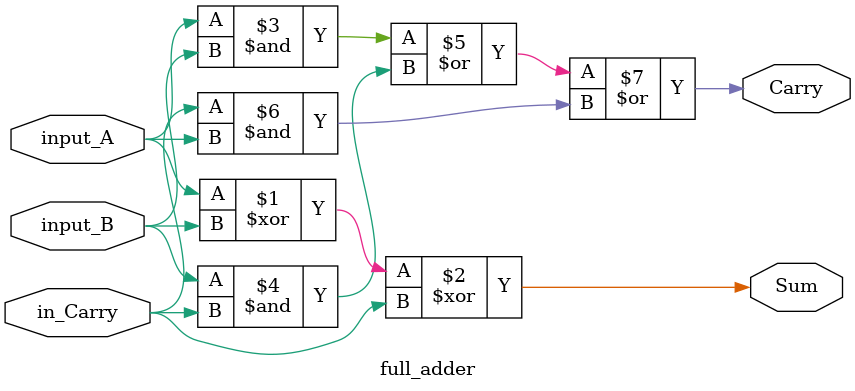
<source format=v>
`timescale 1ns / 1ps

module full_adder(
    input  input_A, 
    input  input_B, 
    input  in_Carry, 
    output Sum, 
    output Carry
);



    assign Sum = input_A ^ input_B ^ in_Carry;
    assign Carry = (input_A & input_B) | (input_B & in_Carry) | (in_Carry & input_A);


endmodule
</source>
